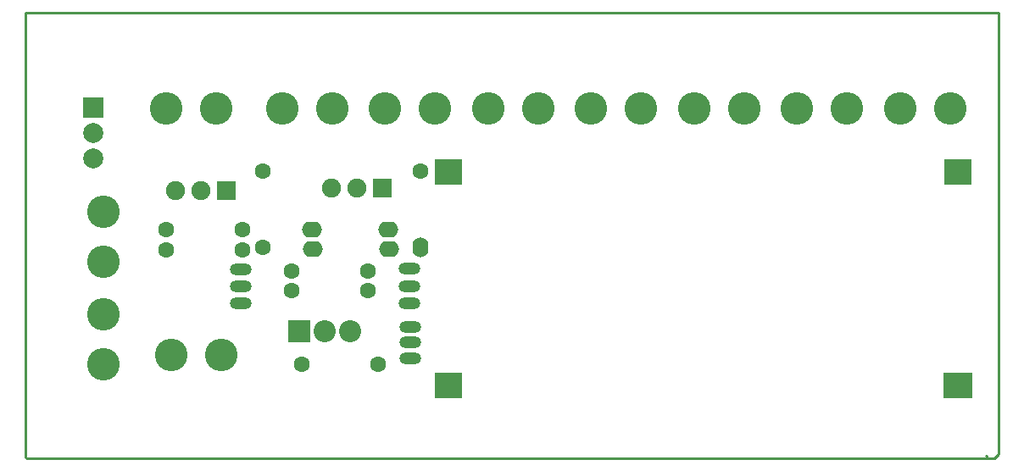
<source format=gbs>
G04*
G04 #@! TF.GenerationSoftware,Altium Limited,Altium Designer,19.0.15 (446)*
G04*
G04 Layer_Color=16711935*
%FSLAX44Y44*%
%MOMM*%
G71*
G01*
G75*
%ADD12C,0.2540*%
%ADD18R,2.7432X2.5400*%
%ADD19R,2.8956X2.5400*%
%ADD20C,3.2512*%
%ADD21C,1.6032*%
%ADD22C,2.2032*%
%ADD23R,2.2032X2.2032*%
%ADD24O,2.2032X1.2032*%
%ADD25O,2.2032X1.2032*%
%ADD26C,2.0032*%
%ADD27R,2.0032X2.0032*%
%ADD28O,2.0032X1.6032*%
%ADD29O,1.6032X2.0032*%
%ADD30C,1.9032*%
%ADD31R,1.9032X1.9032*%
D12*
X956564Y723900D02*
X1927860D01*
X1928114Y723646D01*
Y282194D02*
Y723646D01*
X1924050Y278130D02*
X1928114Y282194D01*
X957834Y278130D02*
X1924050D01*
X956564Y279400D02*
X957834Y278130D01*
X956564Y279400D02*
Y723900D01*
X1915414Y280924D02*
X1916938Y279400D01*
D18*
X1887982Y564896D02*
D03*
X1378458Y351282D02*
D03*
Y564896D02*
D03*
D19*
X1887982Y351282D02*
D03*
D20*
X1365504Y627888D02*
D03*
X1315504D02*
D03*
X1262634D02*
D03*
X1212634D02*
D03*
X1146810D02*
D03*
X1096810D02*
D03*
X1034034Y422002D02*
D03*
Y372002D02*
D03*
X1034288Y475126D02*
D03*
Y525126D02*
D03*
X1152106Y381508D02*
D03*
X1102106D02*
D03*
X1521244Y627888D02*
D03*
X1571244D02*
D03*
X1623968Y627634D02*
D03*
X1673968D02*
D03*
X1726838Y627888D02*
D03*
X1776838D02*
D03*
X1829708Y628142D02*
D03*
X1879708D02*
D03*
X1418482Y627888D02*
D03*
X1468482D02*
D03*
D21*
X1221994Y446024D02*
D03*
X1298194D02*
D03*
X1221994Y465836D02*
D03*
X1298194D02*
D03*
X1308608Y372364D02*
D03*
X1232408D02*
D03*
X1350518Y565404D02*
D03*
X1096518Y507238D02*
D03*
X1172718D02*
D03*
X1193546Y565658D02*
D03*
Y489458D02*
D03*
X1172718Y486918D02*
D03*
X1096518D02*
D03*
D22*
X1280414Y405384D02*
D03*
X1255014D02*
D03*
D23*
X1229614D02*
D03*
D24*
X1340866Y410000D02*
D03*
Y378000D02*
D03*
X1339596Y468000D02*
D03*
Y433000D02*
D03*
X1171702Y467000D02*
D03*
Y433000D02*
D03*
D25*
X1340866Y393954D02*
D03*
X1339596Y450342D02*
D03*
X1171702Y450126D02*
D03*
D26*
X1024128Y603758D02*
D03*
Y578358D02*
D03*
D27*
Y629158D02*
D03*
D28*
X1242822Y507238D02*
D03*
X1319022D02*
D03*
X1319276Y487172D02*
D03*
X1243076D02*
D03*
D29*
X1350518Y489204D02*
D03*
D30*
X1261872Y548640D02*
D03*
X1287272D02*
D03*
X1106424Y546100D02*
D03*
X1131824D02*
D03*
D31*
X1312672Y548640D02*
D03*
X1157224Y546100D02*
D03*
M02*

</source>
